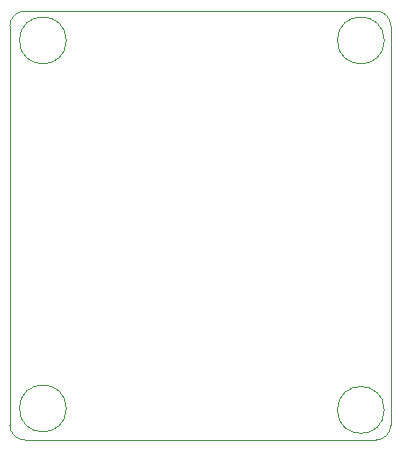
<source format=gbr>
G04 #@! TF.GenerationSoftware,KiCad,Pcbnew,(5.1.5)-3*
G04 #@! TF.CreationDate,2020-08-28T01:49:56-04:00*
G04 #@! TF.ProjectId,BikeLightComputer,42696b65-4c69-4676-9874-436f6d707574,rev?*
G04 #@! TF.SameCoordinates,Original*
G04 #@! TF.FileFunction,Profile,NP*
%FSLAX46Y46*%
G04 Gerber Fmt 4.6, Leading zero omitted, Abs format (unit mm)*
G04 Created by KiCad (PCBNEW (5.1.5)-3) date 2020-08-28 01:49:56*
%MOMM*%
%LPD*%
G04 APERTURE LIST*
%ADD10C,0.050000*%
G04 APERTURE END LIST*
D10*
X176022000Y-94996000D02*
G75*
G02X174752000Y-96266000I-1270000J0D01*
G01*
X145034000Y-96266000D02*
G75*
G02X143764000Y-94996000I0J1270000D01*
G01*
X143764000Y-61214000D02*
G75*
G02X145034000Y-59944000I1270000J0D01*
G01*
X174752000Y-59944000D02*
G75*
G02X176022000Y-61214000I0J-1270000D01*
G01*
X143764000Y-94996000D02*
X143764000Y-61214000D01*
X174752000Y-96266000D02*
X145034000Y-96266000D01*
X176022000Y-61214000D02*
X176022000Y-94996000D01*
X145034000Y-59944000D02*
X174752000Y-59944000D01*
X175465803Y-93726000D02*
G75*
G03X175465803Y-93726000I-1983803J0D01*
G01*
X175465803Y-62435803D02*
G75*
G03X175465803Y-62435803I-1983803J0D01*
G01*
X148541803Y-62435803D02*
G75*
G03X148541803Y-62435803I-1983803J0D01*
G01*
X148541803Y-93598123D02*
G75*
G03X148541803Y-93598123I-1983803J0D01*
G01*
M02*

</source>
